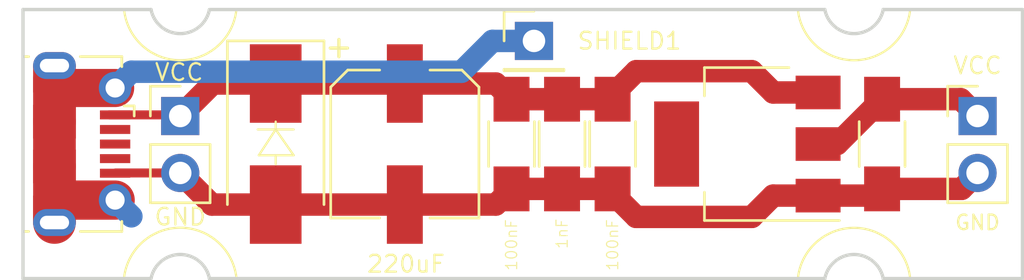
<source format=kicad_pcb>
(kicad_pcb (version 20171130) (host pcbnew "(5.0.0-3-g5ebb6b6)")

  (general
    (thickness 1.6)
    (drawings 26)
    (tracks 48)
    (zones 0)
    (modules 11)
    (nets 8)
  )

  (page A4)
  (layers
    (0 F.Cu signal)
    (31 B.Cu signal)
    (32 B.Adhes user)
    (33 F.Adhes user)
    (34 B.Paste user)
    (35 F.Paste user)
    (36 B.SilkS user)
    (37 F.SilkS user)
    (38 B.Mask user)
    (39 F.Mask user)
    (40 Dwgs.User user)
    (41 Cmts.User user)
    (42 Eco1.User user)
    (43 Eco2.User user)
    (44 Edge.Cuts user)
    (45 Margin user)
    (46 B.CrtYd user)
    (47 F.CrtYd user)
    (48 B.Fab user)
    (49 F.Fab user)
  )

  (setup
    (last_trace_width 1)
    (trace_clearance 0.35)
    (zone_clearance 0.508)
    (zone_45_only no)
    (trace_min 0.2)
    (segment_width 0.1)
    (edge_width 0.15)
    (via_size 0.8)
    (via_drill 0.4)
    (via_min_size 0.4)
    (via_min_drill 0.3)
    (uvia_size 0.3)
    (uvia_drill 0.1)
    (uvias_allowed no)
    (uvia_min_size 0.2)
    (uvia_min_drill 0.1)
    (pcb_text_width 0.3)
    (pcb_text_size 1.5 1.5)
    (mod_edge_width 0.15)
    (mod_text_size 1 1)
    (mod_text_width 0.15)
    (pad_size 1.524 1.524)
    (pad_drill 0.762)
    (pad_to_mask_clearance 0.2)
    (aux_axis_origin 0 0)
    (visible_elements FFFFFF7F)
    (pcbplotparams
      (layerselection 0x010fc_ffffffff)
      (usegerberextensions false)
      (usegerberattributes false)
      (usegerberadvancedattributes false)
      (creategerberjobfile false)
      (excludeedgelayer true)
      (linewidth 0.100000)
      (plotframeref false)
      (viasonmask false)
      (mode 1)
      (useauxorigin false)
      (hpglpennumber 1)
      (hpglpenspeed 20)
      (hpglpendiameter 15.000000)
      (psnegative false)
      (psa4output false)
      (plotreference true)
      (plotvalue true)
      (plotinvisibletext false)
      (padsonsilk false)
      (subtractmaskfromsilk false)
      (outputformat 1)
      (mirror false)
      (drillshape 1)
      (scaleselection 1)
      (outputdirectory ""))
  )

  (net 0 "")
  (net 1 "Net-(C1-Pad1)")
  (net 2 GND)
  (net 3 "Net-(C5-Pad1)")
  (net 4 "Net-(SHIELD1-Pad1)")
  (net 5 "Net-(USB1-Pad3)")
  (net 6 "Net-(USB1-Pad4)")
  (net 7 "Net-(USB1-Pad2)")

  (net_class Default "This is the default net class."
    (clearance 0.35)
    (trace_width 1)
    (via_dia 0.8)
    (via_drill 0.4)
    (uvia_dia 0.3)
    (uvia_drill 0.1)
    (add_net GND)
    (add_net "Net-(C1-Pad1)")
    (add_net "Net-(C5-Pad1)")
    (add_net "Net-(SHIELD1-Pad1)")
    (add_net "Net-(USB1-Pad2)")
    (add_net "Net-(USB1-Pad3)")
    (add_net "Net-(USB1-Pad4)")
  )

  (module Pin_Headers:Pin_Header_Straight_1x02_Pitch2.54mm (layer F.Cu) (tedit 5B5E8DBB) (tstamp 5B623366)
    (at 165.5 118.75)
    (descr "Through hole straight pin header, 1x02, 2.54mm pitch, single row")
    (tags "Through hole pin header THT 1x02 2.54mm single row")
    (path /5B5E164D)
    (fp_text reference POWER1 (at -2 1.25 90) (layer F.SilkS) hide
      (effects (font (size 1 1) (thickness 0.15)))
    )
    (fp_text value Conn_01x02_Female (at 0 4.87) (layer F.Fab) hide
      (effects (font (size 1 1) (thickness 0.15)))
    )
    (fp_text user %R (at 0 1.27 90) (layer F.Fab) hide
      (effects (font (size 1 1) (thickness 0.15)))
    )
    (fp_line (start 1.8 -1.8) (end -1.8 -1.8) (layer F.CrtYd) (width 0.05))
    (fp_line (start 1.8 4.35) (end 1.8 -1.8) (layer F.CrtYd) (width 0.05))
    (fp_line (start -1.8 4.35) (end 1.8 4.35) (layer F.CrtYd) (width 0.05))
    (fp_line (start -1.8 -1.8) (end -1.8 4.35) (layer F.CrtYd) (width 0.05))
    (fp_line (start -1.33 -1.33) (end 0 -1.33) (layer F.SilkS) (width 0.12))
    (fp_line (start -1.33 0) (end -1.33 -1.33) (layer F.SilkS) (width 0.12))
    (fp_line (start -1.33 1.27) (end 1.33 1.27) (layer F.SilkS) (width 0.12))
    (fp_line (start 1.33 1.27) (end 1.33 3.87) (layer F.SilkS) (width 0.12))
    (fp_line (start -1.33 1.27) (end -1.33 3.87) (layer F.SilkS) (width 0.12))
    (fp_line (start -1.33 3.87) (end 1.33 3.87) (layer F.SilkS) (width 0.12))
    (fp_line (start -1.27 -0.635) (end -0.635 -1.27) (layer F.Fab) (width 0.1))
    (fp_line (start -1.27 3.81) (end -1.27 -0.635) (layer F.Fab) (width 0.1))
    (fp_line (start 1.27 3.81) (end -1.27 3.81) (layer F.Fab) (width 0.1))
    (fp_line (start 1.27 -1.27) (end 1.27 3.81) (layer F.Fab) (width 0.1))
    (fp_line (start -0.635 -1.27) (end 1.27 -1.27) (layer F.Fab) (width 0.1))
    (pad 2 thru_hole oval (at 0 2.54) (size 1.7 1.7) (drill 1) (layers *.Cu *.Mask)
      (net 2 GND))
    (pad 1 thru_hole rect (at 0 0) (size 1.7 1.7) (drill 1) (layers *.Cu *.Mask)
      (net 3 "Net-(C5-Pad1)"))
    (model ${KISYS3DMOD}/Pin_Headers.3dshapes/Pin_Header_Straight_1x02_Pitch2.54mm.wrl
      (at (xyz 0 0 0))
      (scale (xyz 1 1 1))
      (rotate (xyz 0 0 0))
    )
  )

  (module Capacitors_SMD:CP_Elec_6.3x5.8 (layer F.Cu) (tedit 5B5F113B) (tstamp 5B5E8B51)
    (at 140 120 270)
    (descr "SMT capacitor, aluminium electrolytic, 6.3x5.8")
    (path /5B5E11CC)
    (attr smd)
    (fp_text reference C1 (at 0 4.56 270) (layer F.SilkS) hide
      (effects (font (size 1 1) (thickness 0.15)))
    )
    (fp_text value 220uF (at 5.35 -0.05) (layer F.SilkS)
      (effects (font (size 0.75 0.75) (thickness 0.1)))
    )
    (fp_line (start 4.7 3.4) (end -4.7 3.4) (layer F.CrtYd) (width 0.05))
    (fp_line (start 4.7 3.4) (end 4.7 -3.4) (layer F.CrtYd) (width 0.05))
    (fp_line (start -4.7 -3.4) (end -4.7 3.4) (layer F.CrtYd) (width 0.05))
    (fp_line (start -4.7 -3.4) (end 4.7 -3.4) (layer F.CrtYd) (width 0.05))
    (fp_line (start -2.54 -3.3) (end 3.3 -3.3) (layer F.SilkS) (width 0.12))
    (fp_line (start -3.3 -2.54) (end -2.54 -3.3) (layer F.SilkS) (width 0.12))
    (fp_line (start -2.54 3.3) (end -3.3 2.54) (layer F.SilkS) (width 0.12))
    (fp_line (start 3.3 3.3) (end -2.54 3.3) (layer F.SilkS) (width 0.12))
    (fp_line (start -3.3 -2.54) (end -3.3 -1.12) (layer F.SilkS) (width 0.12))
    (fp_line (start -3.3 2.54) (end -3.3 1.12) (layer F.SilkS) (width 0.12))
    (fp_line (start 3.3 -3.3) (end 3.3 -1.12) (layer F.SilkS) (width 0.12))
    (fp_line (start 3.3 3.3) (end 3.3 1.12) (layer F.SilkS) (width 0.12))
    (fp_line (start 3.15 -3.15) (end -2.48 -3.15) (layer F.Fab) (width 0.1))
    (fp_line (start -2.48 -3.15) (end -3.15 -2.48) (layer F.Fab) (width 0.1))
    (fp_line (start -3.15 -2.48) (end -3.15 2.48) (layer F.Fab) (width 0.1))
    (fp_line (start -3.15 2.48) (end -2.48 3.15) (layer F.Fab) (width 0.1))
    (fp_line (start -2.48 3.15) (end 3.15 3.15) (layer F.Fab) (width 0.1))
    (fp_line (start 3.15 3.15) (end 3.15 -3.15) (layer F.Fab) (width 0.1))
    (fp_text user %R (at 0 4.56 270) (layer F.Fab) hide
      (effects (font (size 1 1) (thickness 0.15)))
    )
    (fp_text user + (at -4.28 3.01 270) (layer F.SilkS)
      (effects (font (size 1 1) (thickness 0.15)))
    )
    (fp_text user + (at -1.75 -0.08 270) (layer F.Fab)
      (effects (font (size 1 1) (thickness 0.15)))
    )
    (fp_circle (center 0 0) (end 0.5 3) (layer F.Fab) (width 0.1))
    (pad 2 smd rect (at 2.7 0 90) (size 3.5 1.6) (layers F.Cu F.Paste F.Mask)
      (net 2 GND))
    (pad 1 smd rect (at -2.7 0 90) (size 3.5 1.6) (layers F.Cu F.Paste F.Mask)
      (net 1 "Net-(C1-Pad1)"))
    (model Capacitors_SMD.3dshapes/CP_Elec_6.3x5.8.wrl
      (at (xyz 0 0 0))
      (scale (xyz 1 1 1))
      (rotate (xyz 0 0 180))
    )
  )

  (module Capacitors_SMD:C_1206_HandSoldering (layer F.Cu) (tedit 5B62400E) (tstamp 5B5E8B62)
    (at 144.75 120 270)
    (descr "Capacitor SMD 1206, hand soldering")
    (tags "capacitor 1206")
    (path /5B5E1202)
    (attr smd)
    (fp_text reference C2 (at 0 -1.75 270) (layer F.SilkS) hide
      (effects (font (size 1 1) (thickness 0.15)))
    )
    (fp_text value 100nF (at 4.5 0 270) (layer F.SilkS)
      (effects (font (size 0.5 0.5) (thickness 0.05)))
    )
    (fp_line (start 3.25 1.05) (end -3.25 1.05) (layer F.CrtYd) (width 0.05))
    (fp_line (start 3.25 1.05) (end 3.25 -1.05) (layer F.CrtYd) (width 0.05))
    (fp_line (start -3.25 -1.05) (end -3.25 1.05) (layer F.CrtYd) (width 0.05))
    (fp_line (start -3.25 -1.05) (end 3.25 -1.05) (layer F.CrtYd) (width 0.05))
    (fp_line (start -1 1.02) (end 1 1.02) (layer F.SilkS) (width 0.12))
    (fp_line (start 1 -1.02) (end -1 -1.02) (layer F.SilkS) (width 0.12))
    (fp_line (start -1.6 -0.8) (end 1.6 -0.8) (layer F.Fab) (width 0.1))
    (fp_line (start 1.6 -0.8) (end 1.6 0.8) (layer F.Fab) (width 0.1))
    (fp_line (start 1.6 0.8) (end -1.6 0.8) (layer F.Fab) (width 0.1))
    (fp_line (start -1.6 0.8) (end -1.6 -0.8) (layer F.Fab) (width 0.1))
    (fp_text user %R (at 0 -1.75 270) (layer F.Fab) hide
      (effects (font (size 1 1) (thickness 0.15)))
    )
    (pad 2 smd rect (at 2 0 270) (size 2 1.6) (layers F.Cu F.Paste F.Mask)
      (net 2 GND))
    (pad 1 smd rect (at -2 0 270) (size 2 1.6) (layers F.Cu F.Paste F.Mask)
      (net 1 "Net-(C1-Pad1)"))
    (model Capacitors_SMD.3dshapes/C_1206.wrl
      (at (xyz 0 0 0))
      (scale (xyz 1 1 1))
      (rotate (xyz 0 0 0))
    )
  )

  (module Capacitors_SMD:C_1206_HandSoldering (layer F.Cu) (tedit 5B624014) (tstamp 5B5E8B73)
    (at 147 120 270)
    (descr "Capacitor SMD 1206, hand soldering")
    (tags "capacitor 1206")
    (path /5B5E124E)
    (attr smd)
    (fp_text reference C3 (at 0 -1.75 270) (layer F.SilkS) hide
      (effects (font (size 1 1) (thickness 0.15)))
    )
    (fp_text value 1nF (at 4 0 270) (layer F.SilkS)
      (effects (font (size 0.5 0.5) (thickness 0.05)))
    )
    (fp_text user %R (at 0 -1.75 270) (layer F.Fab) hide
      (effects (font (size 1 1) (thickness 0.15)))
    )
    (fp_line (start -1.6 0.8) (end -1.6 -0.8) (layer F.Fab) (width 0.1))
    (fp_line (start 1.6 0.8) (end -1.6 0.8) (layer F.Fab) (width 0.1))
    (fp_line (start 1.6 -0.8) (end 1.6 0.8) (layer F.Fab) (width 0.1))
    (fp_line (start -1.6 -0.8) (end 1.6 -0.8) (layer F.Fab) (width 0.1))
    (fp_line (start 1 -1.02) (end -1 -1.02) (layer F.SilkS) (width 0.12))
    (fp_line (start -1 1.02) (end 1 1.02) (layer F.SilkS) (width 0.12))
    (fp_line (start -3.25 -1.05) (end 3.25 -1.05) (layer F.CrtYd) (width 0.05))
    (fp_line (start -3.25 -1.05) (end -3.25 1.05) (layer F.CrtYd) (width 0.05))
    (fp_line (start 3.25 1.05) (end 3.25 -1.05) (layer F.CrtYd) (width 0.05))
    (fp_line (start 3.25 1.05) (end -3.25 1.05) (layer F.CrtYd) (width 0.05))
    (pad 1 smd rect (at -2 0 270) (size 2 1.6) (layers F.Cu F.Paste F.Mask)
      (net 1 "Net-(C1-Pad1)"))
    (pad 2 smd rect (at 2 0 270) (size 2 1.6) (layers F.Cu F.Paste F.Mask)
      (net 2 GND))
    (model Capacitors_SMD.3dshapes/C_1206.wrl
      (at (xyz 0 0 0))
      (scale (xyz 1 1 1))
      (rotate (xyz 0 0 0))
    )
  )

  (module Diodes_SMD:D_SMB_Handsoldering (layer F.Cu) (tedit 5B5E8CE7) (tstamp 5B5E8B8B)
    (at 134.25 120 270)
    (descr "Diode SMB (DO-214AA) Handsoldering")
    (tags "Diode SMB (DO-214AA) Handsoldering")
    (path /5B5E135C)
    (attr smd)
    (fp_text reference D1 (at 0 -3 270) (layer F.SilkS) hide
      (effects (font (size 1 1) (thickness 0.15)))
    )
    (fp_text value D_TVS (at 0 3 270) (layer F.Fab) hide
      (effects (font (size 1 1) (thickness 0.15)))
    )
    (fp_line (start -4.6 -2.15) (end 2.7 -2.15) (layer F.SilkS) (width 0.12))
    (fp_line (start -4.6 2.15) (end 2.7 2.15) (layer F.SilkS) (width 0.12))
    (fp_line (start -0.64944 0.00102) (end 0.50118 -0.79908) (layer F.Fab) (width 0.1))
    (fp_line (start -0.64944 0.00102) (end 0.50118 0.75032) (layer F.Fab) (width 0.1))
    (fp_line (start 0.50118 0.75032) (end 0.50118 -0.79908) (layer F.Fab) (width 0.1))
    (fp_line (start -0.64944 -0.79908) (end -0.64944 0.80112) (layer F.Fab) (width 0.1))
    (fp_line (start 0.50118 0.00102) (end 1.4994 0.00102) (layer F.Fab) (width 0.1))
    (fp_line (start -0.64944 0.00102) (end -1.55114 0.00102) (layer F.Fab) (width 0.1))
    (fp_line (start -4.7 2.25) (end -4.7 -2.25) (layer F.CrtYd) (width 0.05))
    (fp_line (start 4.7 2.25) (end -4.7 2.25) (layer F.CrtYd) (width 0.05))
    (fp_line (start 4.7 -2.25) (end 4.7 2.25) (layer F.CrtYd) (width 0.05))
    (fp_line (start -4.7 -2.25) (end 4.7 -2.25) (layer F.CrtYd) (width 0.05))
    (fp_line (start 2.3 -2) (end -2.3 -2) (layer F.Fab) (width 0.1))
    (fp_line (start 2.3 -2) (end 2.3 2) (layer F.Fab) (width 0.1))
    (fp_line (start -2.3 2) (end -2.3 -2) (layer F.Fab) (width 0.1))
    (fp_line (start 2.3 2) (end -2.3 2) (layer F.Fab) (width 0.1))
    (fp_line (start -4.6 -2.15) (end -4.6 2.15) (layer F.SilkS) (width 0.12))
    (fp_text user %R (at 0 -3 270) (layer F.Fab) hide
      (effects (font (size 1 1) (thickness 0.15)))
    )
    (pad 2 smd rect (at 2.7 0 270) (size 3.5 2.3) (layers F.Cu F.Paste F.Mask)
      (net 2 GND))
    (pad 1 smd rect (at -2.7 0 270) (size 3.5 2.3) (layers F.Cu F.Paste F.Mask)
      (net 1 "Net-(C1-Pad1)"))
    (model ${KISYS3DMOD}/Diodes_SMD.3dshapes/D_SMB.wrl
      (at (xyz 0 0 0))
      (scale (xyz 1 1 1))
      (rotate (xyz 0 0 0))
    )
  )

  (module Pin_Headers:Pin_Header_Straight_1x02_Pitch2.54mm (layer F.Cu) (tedit 5B5E8CDC) (tstamp 5B5E8BCE)
    (at 130 118.75)
    (descr "Through hole straight pin header, 1x02, 2.54mm pitch, single row")
    (tags "Through hole pin header THT 1x02 2.54mm single row")
    (path /5B5E2D8E)
    (fp_text reference POWER_IN1 (at 0 -2.33) (layer F.SilkS) hide
      (effects (font (size 1 1) (thickness 0.15)))
    )
    (fp_text value Conn_01x02_Female (at 0 4.87) (layer F.Fab) hide
      (effects (font (size 1 1) (thickness 0.15)))
    )
    (fp_line (start -0.635 -1.27) (end 1.27 -1.27) (layer F.Fab) (width 0.1))
    (fp_line (start 1.27 -1.27) (end 1.27 3.81) (layer F.Fab) (width 0.1))
    (fp_line (start 1.27 3.81) (end -1.27 3.81) (layer F.Fab) (width 0.1))
    (fp_line (start -1.27 3.81) (end -1.27 -0.635) (layer F.Fab) (width 0.1))
    (fp_line (start -1.27 -0.635) (end -0.635 -1.27) (layer F.Fab) (width 0.1))
    (fp_line (start -1.33 3.87) (end 1.33 3.87) (layer F.SilkS) (width 0.12))
    (fp_line (start -1.33 1.27) (end -1.33 3.87) (layer F.SilkS) (width 0.12))
    (fp_line (start 1.33 1.27) (end 1.33 3.87) (layer F.SilkS) (width 0.12))
    (fp_line (start -1.33 1.27) (end 1.33 1.27) (layer F.SilkS) (width 0.12))
    (fp_line (start -1.33 0) (end -1.33 -1.33) (layer F.SilkS) (width 0.12))
    (fp_line (start -1.33 -1.33) (end 0 -1.33) (layer F.SilkS) (width 0.12))
    (fp_line (start -1.8 -1.8) (end -1.8 4.35) (layer F.CrtYd) (width 0.05))
    (fp_line (start -1.8 4.35) (end 1.8 4.35) (layer F.CrtYd) (width 0.05))
    (fp_line (start 1.8 4.35) (end 1.8 -1.8) (layer F.CrtYd) (width 0.05))
    (fp_line (start 1.8 -1.8) (end -1.8 -1.8) (layer F.CrtYd) (width 0.05))
    (fp_text user %R (at 0 1.27 90) (layer F.Fab) hide
      (effects (font (size 1 1) (thickness 0.15)))
    )
    (pad 1 thru_hole rect (at 0 0) (size 1.7 1.7) (drill 1) (layers *.Cu *.Mask)
      (net 1 "Net-(C1-Pad1)"))
    (pad 2 thru_hole oval (at 0 2.54) (size 1.7 1.7) (drill 1) (layers *.Cu *.Mask)
      (net 2 GND))
    (model ${KISYS3DMOD}/Pin_Headers.3dshapes/Pin_Header_Straight_1x02_Pitch2.54mm.wrl
      (at (xyz 0 0 0))
      (scale (xyz 1 1 1))
      (rotate (xyz 0 0 0))
    )
  )

  (module Connectors_USB:USB_Micro-B_Molex-105017-0001 (layer F.Cu) (tedit 5B5FAE21) (tstamp 5B5E8BF7)
    (at 124.75 120 270)
    (descr http://www.molex.com/pdm_docs/sd/1050170001_sd.pdf)
    (tags "Micro-USB SMD Typ-B")
    (path /5B5E189A)
    (attr smd)
    (fp_text reference USB1 (at 0 -4 270) (layer F.SilkS) hide
      (effects (font (size 1 1) (thickness 0.15)))
    )
    (fp_text value USB_B_Micro (at 0.3 3.45 270) (layer F.Fab) hide
      (effects (font (size 1 1) (thickness 0.15)))
    )
    (fp_line (start -1.1 -3.01) (end -1.1 -2.8) (layer F.Fab) (width 0.1))
    (fp_line (start -1.5 -3.01) (end -1.5 -2.8) (layer F.Fab) (width 0.1))
    (fp_line (start -1.5 -3.01) (end -1.1 -3.01) (layer F.Fab) (width 0.1))
    (fp_line (start -1.1 -2.8) (end -1.3 -2.6) (layer F.Fab) (width 0.1))
    (fp_line (start -1.3 -2.6) (end -1.5 -2.8) (layer F.Fab) (width 0.1))
    (fp_line (start -1.7 -3.2) (end -1.7 -2.75) (layer F.SilkS) (width 0.12))
    (fp_line (start -1.7 -3.2) (end -1.25 -3.2) (layer F.SilkS) (width 0.12))
    (fp_text user %R (at 0 0 270) (layer F.Fab) hide
      (effects (font (size 1 1) (thickness 0.15)))
    )
    (fp_line (start 3.9 -2.65) (end 3.45 -2.65) (layer F.SilkS) (width 0.12))
    (fp_line (start 3.9 -0.8) (end 3.9 -2.65) (layer F.SilkS) (width 0.12))
    (fp_line (start -3.9 1.75) (end -3.9 1.5) (layer F.SilkS) (width 0.12))
    (fp_line (start -3.75 2.5) (end -3.75 -2.5) (layer F.Fab) (width 0.1))
    (fp_line (start -3.75 -2.5) (end 3.75 -2.5) (layer F.Fab) (width 0.1))
    (fp_line (start -3.75 2.501704) (end 3.75 2.501704) (layer F.Fab) (width 0.1))
    (fp_line (start -3 1.801704) (end 3 1.801704) (layer F.Fab) (width 0.1))
    (fp_line (start 3.75 2.5) (end 3.75 -2.5) (layer F.Fab) (width 0.1))
    (fp_line (start 3.9 1.75) (end 3.9 1.5) (layer F.SilkS) (width 0.12))
    (fp_line (start -3.9 -0.8) (end -3.9 -2.65) (layer F.SilkS) (width 0.12))
    (fp_line (start -3.9 -2.65) (end -3.45 -2.65) (layer F.SilkS) (width 0.12))
    (fp_text user "PCB Edge" (at 0 1.8 270) (layer Dwgs.User)
      (effects (font (size 0.5 0.5) (thickness 0.08)))
    )
    (fp_line (start -4.4 2.75) (end -4.4 -3.35) (layer F.CrtYd) (width 0.05))
    (fp_line (start -4.4 -3.35) (end 4.4 -3.35) (layer F.CrtYd) (width 0.05))
    (fp_line (start 4.4 -3.35) (end 4.4 2.75) (layer F.CrtYd) (width 0.05))
    (fp_line (start -4.4 2.75) (end 4.4 2.75) (layer F.CrtYd) (width 0.05))
    (pad 6 smd rect (at -2.9 0.35 270) (size 1.2 1.9) (layers F.Cu F.Mask)
      (net 4 "Net-(SHIELD1-Pad1)"))
    (pad 6 smd rect (at 2.9 0.35 270) (size 1.2 1.9) (layers F.Cu F.Mask)
      (net 4 "Net-(SHIELD1-Pad1)"))
    (pad 6 thru_hole oval (at 3.5 0.35 270) (size 1.2 1.9) (drill oval 0.6 1.3) (layers *.Cu *.Mask)
      (net 4 "Net-(SHIELD1-Pad1)"))
    (pad 6 thru_hole oval (at -3.5 0.35 90) (size 1.2 1.9) (drill oval 0.6 1.3) (layers *.Cu *.Mask)
      (net 4 "Net-(SHIELD1-Pad1)"))
    (pad 6 smd rect (at -1 0.35 270) (size 1.5 1.9) (layers F.Cu F.Paste F.Mask)
      (net 4 "Net-(SHIELD1-Pad1)"))
    (pad 6 thru_hole circle (at 2.5 -2.35 270) (size 1.45 1.45) (drill 0.85) (layers *.Cu *.Mask)
      (net 4 "Net-(SHIELD1-Pad1)"))
    (pad 3 smd rect (at 0 -2.35 270) (size 0.4 1.35) (layers F.Cu F.Paste F.Mask)
      (net 5 "Net-(USB1-Pad3)"))
    (pad 4 smd rect (at 0.65 -2.35 270) (size 0.4 1.35) (layers F.Cu F.Paste F.Mask)
      (net 6 "Net-(USB1-Pad4)"))
    (pad 5 smd rect (at 1.3 -2.35 270) (size 0.4 1.35) (layers F.Cu F.Paste F.Mask)
      (net 2 GND))
    (pad 1 smd rect (at -1.3 -2.35 270) (size 0.4 1.35) (layers F.Cu F.Paste F.Mask)
      (net 1 "Net-(C1-Pad1)"))
    (pad 2 smd rect (at -0.65 -2.35 270) (size 0.4 1.35) (layers F.Cu F.Paste F.Mask)
      (net 7 "Net-(USB1-Pad2)"))
    (pad 6 thru_hole circle (at -2.5 -2.35 270) (size 1.45 1.45) (drill 0.85) (layers *.Cu *.Mask)
      (net 4 "Net-(SHIELD1-Pad1)"))
    (pad 6 smd rect (at 1 0.35 270) (size 1.5 1.9) (layers F.Cu F.Paste F.Mask)
      (net 4 "Net-(SHIELD1-Pad1)"))
    (model ${KISYS3DMOD}/Connectors_USB.3dshapes/USB_Micro-B_Molex-105017-0001.wrl
      (at (xyz 0 0 0))
      (scale (xyz 1 1 1))
      (rotate (xyz 0 0 0))
    )
  )

  (module Capacitors_SMD:C_1206_HandSoldering (layer F.Cu) (tedit 5B624018) (tstamp 5B611DE6)
    (at 149.25 120 270)
    (descr "Capacitor SMD 1206, hand soldering")
    (tags "capacitor 1206")
    (path /5B6164C7)
    (attr smd)
    (fp_text reference C4 (at -6 -7.25 270) (layer F.SilkS) hide
      (effects (font (size 1 1) (thickness 0.15)))
    )
    (fp_text value 100nF (at 4.5 0 270) (layer F.SilkS)
      (effects (font (size 0.5 0.5) (thickness 0.05)))
    )
    (fp_text user %R (at 0 -1.75 270) (layer F.Fab) hide
      (effects (font (size 1 1) (thickness 0.15)))
    )
    (fp_line (start -1.6 0.8) (end -1.6 -0.8) (layer F.Fab) (width 0.1))
    (fp_line (start 1.6 0.8) (end -1.6 0.8) (layer F.Fab) (width 0.1))
    (fp_line (start 1.6 -0.8) (end 1.6 0.8) (layer F.Fab) (width 0.1))
    (fp_line (start -1.6 -0.8) (end 1.6 -0.8) (layer F.Fab) (width 0.1))
    (fp_line (start 1 -1.02) (end -1 -1.02) (layer F.SilkS) (width 0.12))
    (fp_line (start -1 1.02) (end 1 1.02) (layer F.SilkS) (width 0.12))
    (fp_line (start -3.25 -1.05) (end 3.25 -1.05) (layer F.CrtYd) (width 0.05))
    (fp_line (start -3.25 -1.05) (end -3.25 1.05) (layer F.CrtYd) (width 0.05))
    (fp_line (start 3.25 1.05) (end 3.25 -1.05) (layer F.CrtYd) (width 0.05))
    (fp_line (start 3.25 1.05) (end -3.25 1.05) (layer F.CrtYd) (width 0.05))
    (pad 1 smd rect (at -2 0 270) (size 2 1.6) (layers F.Cu F.Paste F.Mask)
      (net 1 "Net-(C1-Pad1)"))
    (pad 2 smd rect (at 2 0 270) (size 2 1.6) (layers F.Cu F.Paste F.Mask)
      (net 2 GND))
    (model Capacitors_SMD.3dshapes/C_1206.wrl
      (at (xyz 0 0 0))
      (scale (xyz 1 1 1))
      (rotate (xyz 0 0 0))
    )
  )

  (module Capacitors_SMD:C_1206_HandSoldering (layer F.Cu) (tedit 5B6121F4) (tstamp 5B611DF7)
    (at 161.25 120 270)
    (descr "Capacitor SMD 1206, hand soldering")
    (tags "capacitor 1206")
    (path /5B60C803)
    (attr smd)
    (fp_text reference C5 (at 0 -1.75 270) (layer F.SilkS) hide
      (effects (font (size 1 1) (thickness 0.15)))
    )
    (fp_text value 10uF (at 0 2 270) (layer F.Fab) hide
      (effects (font (size 1 1) (thickness 0.15)))
    )
    (fp_line (start 3.25 1.05) (end -3.25 1.05) (layer F.CrtYd) (width 0.05))
    (fp_line (start 3.25 1.05) (end 3.25 -1.05) (layer F.CrtYd) (width 0.05))
    (fp_line (start -3.25 -1.05) (end -3.25 1.05) (layer F.CrtYd) (width 0.05))
    (fp_line (start -3.25 -1.05) (end 3.25 -1.05) (layer F.CrtYd) (width 0.05))
    (fp_line (start -1 1.02) (end 1 1.02) (layer F.SilkS) (width 0.12))
    (fp_line (start 1 -1.02) (end -1 -1.02) (layer F.SilkS) (width 0.12))
    (fp_line (start -1.6 -0.8) (end 1.6 -0.8) (layer F.Fab) (width 0.1))
    (fp_line (start 1.6 -0.8) (end 1.6 0.8) (layer F.Fab) (width 0.1))
    (fp_line (start 1.6 0.8) (end -1.6 0.8) (layer F.Fab) (width 0.1))
    (fp_line (start -1.6 0.8) (end -1.6 -0.8) (layer F.Fab) (width 0.1))
    (fp_text user %R (at 0 -1.75 270) (layer F.Fab) hide
      (effects (font (size 1 1) (thickness 0.15)))
    )
    (pad 2 smd rect (at 2 0 270) (size 2 1.6) (layers F.Cu F.Paste F.Mask)
      (net 2 GND))
    (pad 1 smd rect (at -2 0 270) (size 2 1.6) (layers F.Cu F.Paste F.Mask)
      (net 3 "Net-(C5-Pad1)"))
    (model Capacitors_SMD.3dshapes/C_1206.wrl
      (at (xyz 0 0 0))
      (scale (xyz 1 1 1))
      (rotate (xyz 0 0 0))
    )
  )

  (module TO_SOT_Packages_SMD:SOT-223 (layer F.Cu) (tedit 5B61206E) (tstamp 5B611EAC)
    (at 155.25 120 180)
    (descr "module CMS SOT223 4 pins")
    (tags "CMS SOT")
    (path /5B60B014)
    (attr smd)
    (fp_text reference U1 (at 0 -4.5 180) (layer F.SilkS) hide
      (effects (font (size 1 1) (thickness 0.15)))
    )
    (fp_text value LD1117S33TR_SOT223 (at 0 4.5 180) (layer F.Fab) hide
      (effects (font (size 1 1) (thickness 0.15)))
    )
    (fp_line (start 1.85 -3.35) (end 1.85 3.35) (layer F.Fab) (width 0.1))
    (fp_line (start -1.85 3.35) (end 1.85 3.35) (layer F.Fab) (width 0.1))
    (fp_line (start -4.1 -3.41) (end 1.91 -3.41) (layer F.SilkS) (width 0.12))
    (fp_line (start -0.8 -3.35) (end 1.85 -3.35) (layer F.Fab) (width 0.1))
    (fp_line (start -1.85 3.41) (end 1.91 3.41) (layer F.SilkS) (width 0.12))
    (fp_line (start -1.85 -2.3) (end -1.85 3.35) (layer F.Fab) (width 0.1))
    (fp_line (start -4.4 -3.6) (end -4.4 3.6) (layer F.CrtYd) (width 0.05))
    (fp_line (start -4.4 3.6) (end 4.4 3.6) (layer F.CrtYd) (width 0.05))
    (fp_line (start 4.4 3.6) (end 4.4 -3.6) (layer F.CrtYd) (width 0.05))
    (fp_line (start 4.4 -3.6) (end -4.4 -3.6) (layer F.CrtYd) (width 0.05))
    (fp_line (start 1.91 -3.41) (end 1.91 -2.15) (layer F.SilkS) (width 0.12))
    (fp_line (start 1.91 3.41) (end 1.91 2.15) (layer F.SilkS) (width 0.12))
    (fp_line (start -1.85 -2.3) (end -0.8 -3.35) (layer F.Fab) (width 0.1))
    (fp_text user %R (at 0 0 270) (layer F.Fab) hide
      (effects (font (size 0.8 0.8) (thickness 0.12)))
    )
    (pad 1 smd rect (at -3.15 -2.3 180) (size 2 1.5) (layers F.Cu F.Paste F.Mask)
      (net 2 GND))
    (pad 3 smd rect (at -3.15 2.3 180) (size 2 1.5) (layers F.Cu F.Paste F.Mask)
      (net 1 "Net-(C1-Pad1)"))
    (pad 2 smd rect (at -3.15 0 180) (size 2 1.5) (layers F.Cu F.Paste F.Mask)
      (net 3 "Net-(C5-Pad1)"))
    (pad 4 smd rect (at 3.15 0 180) (size 2 3.8) (layers F.Cu F.Paste F.Mask))
    (model ${KISYS3DMOD}/TO_SOT_Packages_SMD.3dshapes/SOT-223.wrl
      (at (xyz 0 0 0))
      (scale (xyz 1 1 1))
      (rotate (xyz 0 0 0))
    )
  )

  (module Pin_Headers:Pin_Header_Straight_1x01_Pitch2.54mm (layer F.Cu) (tedit 5B623D89) (tstamp 5B611ED7)
    (at 145.75 115.4)
    (descr "Through hole straight pin header, 1x01, 2.54mm pitch, single row")
    (tags "Through hole pin header THT 1x01 2.54mm single row")
    (path /5B6334EE)
    (fp_text reference SHIELD1 (at 4.25 0) (layer F.SilkS)
      (effects (font (size 0.75 0.75) (thickness 0.1)))
    )
    (fp_text value Conn_01x01_Female (at 0 2.33) (layer F.Fab) hide
      (effects (font (size 1 1) (thickness 0.15)))
    )
    (fp_text user %R (at 0 0 90) (layer F.Fab) hide
      (effects (font (size 1 1) (thickness 0.15)))
    )
    (fp_line (start 1.8 -1.8) (end -1.8 -1.8) (layer F.CrtYd) (width 0.05))
    (fp_line (start 1.8 1.8) (end 1.8 -1.8) (layer F.CrtYd) (width 0.05))
    (fp_line (start -1.8 1.8) (end 1.8 1.8) (layer F.CrtYd) (width 0.05))
    (fp_line (start -1.8 -1.8) (end -1.8 1.8) (layer F.CrtYd) (width 0.05))
    (fp_line (start -1.33 -1.33) (end 0 -1.33) (layer F.SilkS) (width 0.12))
    (fp_line (start -1.33 0) (end -1.33 -1.33) (layer F.SilkS) (width 0.12))
    (fp_line (start -1.33 1.27) (end 1.33 1.27) (layer F.SilkS) (width 0.12))
    (fp_line (start 1.33 1.27) (end 1.33 1.33) (layer F.SilkS) (width 0.12))
    (fp_line (start -1.33 1.27) (end -1.33 1.33) (layer F.SilkS) (width 0.12))
    (fp_line (start -1.33 1.33) (end 1.33 1.33) (layer F.SilkS) (width 0.12))
    (fp_line (start -1.27 -0.635) (end -0.635 -1.27) (layer F.Fab) (width 0.1))
    (fp_line (start -1.27 1.27) (end -1.27 -0.635) (layer F.Fab) (width 0.1))
    (fp_line (start 1.27 1.27) (end -1.27 1.27) (layer F.Fab) (width 0.1))
    (fp_line (start 1.27 -1.27) (end 1.27 1.27) (layer F.Fab) (width 0.1))
    (fp_line (start -0.635 -1.27) (end 1.27 -1.27) (layer F.Fab) (width 0.1))
    (pad 1 thru_hole rect (at 0 0) (size 1.7 1.7) (drill 1) (layers *.Cu *.Mask)
      (net 4 "Net-(SHIELD1-Pad1)"))
    (model ${KISYS3DMOD}/Pin_Headers.3dshapes/Pin_Header_Straight_1x01_Pitch2.54mm.wrl
      (at (xyz 0 0 0))
      (scale (xyz 1 1 1))
      (rotate (xyz 0 0 0))
    )
  )

  (gr_line (start 167.5 126) (end 167.5 114) (layer Edge.Cuts) (width 0.15) (tstamp 5B6123A3))
  (gr_text GND (at 130 123.25) (layer F.SilkS)
    (effects (font (size 0.75 0.75) (thickness 0.1)))
  )
  (gr_text VCC (at 129.95 116.8) (layer F.SilkS)
    (effects (font (size 0.75 0.75) (thickness 0.1)))
  )
  (gr_text VCC (at 165.5 116.5) (layer F.SilkS)
    (effects (font (size 0.75 0.75) (thickness 0.1)))
  )
  (gr_text GND (at 165.5 123.5) (layer F.SilkS)
    (effects (font (size 0.65 0.65) (thickness 0.1)))
  )
  (gr_line (start 134.25 119.35) (end 134.25 119) (layer F.SilkS) (width 0.1))
  (gr_line (start 134.25 120.5) (end 134.25 120.9) (layer F.SilkS) (width 0.1))
  (gr_line (start 133.45 119.35) (end 135.05 119.35) (layer F.SilkS) (width 0.1))
  (gr_line (start 134.25 119.35) (end 133.5 120.5) (layer F.SilkS) (width 0.1))
  (gr_line (start 135.05 120.5) (end 134.25 119.35) (layer F.SilkS) (width 0.1))
  (gr_line (start 133.5 120.5) (end 135.05 120.5) (layer F.SilkS) (width 0.1))
  (gr_line (start 167.5 114) (end 161.3 114) (layer Edge.Cuts) (width 0.15))
  (gr_arc (start 160 113.75) (end 157.500001 113.999999) (angle -168.6) (layer F.SilkS) (width 0.1))
  (gr_arc (start 160 113.75) (end 158.700001 113.999999) (angle -158.2289459) (layer Edge.Cuts) (width 0.15))
  (gr_line (start 167.5 126) (end 161.3 126) (layer Edge.Cuts) (width 0.15))
  (gr_arc (start 160 126.249999) (end 162.499999 126) (angle -168.6) (layer F.SilkS) (width 0.1))
  (gr_arc (start 160 126.249999) (end 161.299999 126) (angle -158.2290064) (layer Edge.Cuts) (width 0.15))
  (gr_line (start 158.7 114) (end 131.3 114) (layer Edge.Cuts) (width 0.15))
  (gr_arc (start 130 113.75) (end 127.500001 113.999999) (angle -167.9) (layer F.SilkS) (width 0.1))
  (gr_arc (start 130 113.75) (end 128.700001 113.999999) (angle -157.346184) (layer Edge.Cuts) (width 0.15))
  (gr_arc (start 130 126.25) (end 131.299999 126.000001) (angle -156.8496992) (layer Edge.Cuts) (width 0.15))
  (gr_line (start 131.3 126) (end 158.7 126) (layer Edge.Cuts) (width 0.15))
  (gr_arc (start 130 126.25) (end 132.5 125.95) (angle -165.1874644) (layer F.SilkS) (width 0.1))
  (gr_line (start 123 126) (end 123 114) (layer Edge.Cuts) (width 0.15))
  (gr_line (start 128.7 126) (end 123 126) (layer Edge.Cuts) (width 0.15))
  (gr_line (start 123 114) (end 128.7 114) (layer Edge.Cuts) (width 0.15))

  (segment (start 144.75 118) (end 147 118) (width 1) (layer F.Cu) (net 1))
  (segment (start 144.05 117.3) (end 144.75 118) (width 1) (layer F.Cu) (net 1))
  (segment (start 140 117.3) (end 144.05 117.3) (width 1) (layer F.Cu) (net 1))
  (segment (start 134.25 117.3) (end 140 117.3) (width 1) (layer F.Cu) (net 1))
  (segment (start 130.2 118.7) (end 130.25 118.75) (width 0.25) (layer F.Cu) (net 1))
  (segment (start 126.85 118.7) (end 130.2 118.7) (width 0.4) (layer F.Cu) (net 1))
  (segment (start 134.25 117.3) (end 131.45 117.3) (width 1) (layer F.Cu) (net 1))
  (segment (start 131.45 117.3) (end 130 118.75) (width 1) (layer F.Cu) (net 1))
  (segment (start 149.25 118) (end 147 118) (width 1) (layer F.Cu) (net 1))
  (segment (start 149.25 117.8) (end 150.3 116.75) (width 1) (layer F.Cu) (net 1))
  (segment (start 149.25 118) (end 149.25 117.8) (width 1) (layer F.Cu) (net 1))
  (segment (start 156.4 117.7) (end 158.4 117.7) (width 1) (layer F.Cu) (net 1))
  (segment (start 155.45 116.75) (end 156.4 117.7) (width 1) (layer F.Cu) (net 1))
  (segment (start 150.3 116.75) (end 155.45 116.75) (width 1) (layer F.Cu) (net 1))
  (segment (start 134.25 122.7) (end 140 122.7) (width 1) (layer F.Cu) (net 2))
  (segment (start 144.05 122.7) (end 144.75 122) (width 1) (layer F.Cu) (net 2))
  (segment (start 140 122.7) (end 144.05 122.7) (width 1) (layer F.Cu) (net 2))
  (segment (start 144.75 122) (end 147 122) (width 1) (layer F.Cu) (net 2))
  (segment (start 131.41 122.7) (end 130 121.29) (width 1) (layer F.Cu) (net 2))
  (segment (start 134.25 122.7) (end 131.41 122.7) (width 1) (layer F.Cu) (net 2))
  (segment (start 127.11 121.29) (end 127.1 121.3) (width 0.25) (layer F.Cu) (net 2))
  (segment (start 130 121.29) (end 127.11 121.29) (width 0.4) (layer F.Cu) (net 2))
  (segment (start 149.25 122) (end 147 122) (width 1) (layer F.Cu) (net 2))
  (segment (start 149.25 122.2) (end 150.3 123.25) (width 1) (layer F.Cu) (net 2))
  (segment (start 149.25 122) (end 149.25 122.2) (width 1) (layer F.Cu) (net 2))
  (segment (start 156.4 122.3) (end 158.4 122.3) (width 1) (layer F.Cu) (net 2))
  (segment (start 155.45 123.25) (end 156.4 122.3) (width 1) (layer F.Cu) (net 2))
  (segment (start 150.3 123.25) (end 155.45 123.25) (width 1) (layer F.Cu) (net 2))
  (segment (start 160.95 122.3) (end 161.25 122) (width 1) (layer F.Cu) (net 2))
  (segment (start 158.4 122.3) (end 160.95 122.3) (width 1) (layer F.Cu) (net 2))
  (segment (start 164.79 122) (end 165.5 121.29) (width 1) (layer F.Cu) (net 2))
  (segment (start 161.25 122) (end 164.79 122) (width 1) (layer F.Cu) (net 2))
  (segment (start 159.25 120) (end 161.25 118) (width 1) (layer F.Cu) (net 3))
  (segment (start 158.4 120) (end 159.25 120) (width 1) (layer F.Cu) (net 3))
  (segment (start 164.75 118) (end 165.5 118.75) (width 1) (layer F.Cu) (net 3))
  (segment (start 161.25 118) (end 164.75 118) (width 1) (layer F.Cu) (net 3))
  (segment (start 124.4 117.1) (end 124.4 119) (width 1.9) (layer F.Cu) (net 4))
  (segment (start 124.4 119) (end 124.4 121) (width 1.9) (layer F.Cu) (net 4))
  (segment (start 124.4 121) (end 124.4 123.5) (width 1.9) (layer F.Cu) (net 4))
  (segment (start 124.55 117.5) (end 124.4 117.35) (width 0.25) (layer F.Cu) (net 4))
  (segment (start 124.4 117.35) (end 124.4 117.1) (width 0.25) (layer F.Cu) (net 4))
  (segment (start 127.1 117.5) (end 124.55 117.5) (width 1.7) (layer F.Cu) (net 4))
  (segment (start 127.1 122.5) (end 125.25 122.5) (width 1.75) (layer F.Cu) (net 4))
  (segment (start 127.824999 123.224999) (end 127.1 122.5) (width 1) (layer B.Cu) (net 4))
  (segment (start 142.524999 116.775001) (end 143.9 115.4) (width 1) (layer B.Cu) (net 4))
  (segment (start 127.824999 116.775001) (end 142.524999 116.775001) (width 1) (layer B.Cu) (net 4))
  (segment (start 143.9 115.4) (end 145.75 115.4) (width 1) (layer B.Cu) (net 4))
  (segment (start 127.1 117.5) (end 127.824999 116.775001) (width 1) (layer B.Cu) (net 4))

)

</source>
